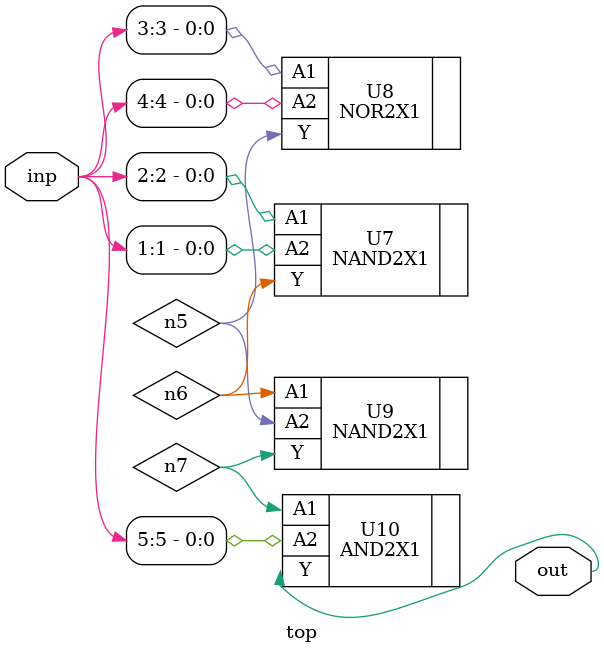
<source format=sv>


module top ( inp, out );
  input [5:0] inp;
  output out;
  wire   n5, n6, n7;

  NAND2X1 U7 ( .A1(inp[2]), .A2(inp[1]), .Y(n6) );
  NOR2X1 U8 ( .A1(inp[3]), .A2(inp[4]), .Y(n5) );
  NAND2X1 U9 ( .A1(n6), .A2(n5), .Y(n7) );
  AND2X1 U10 ( .A1(n7), .A2(inp[5]), .Y(out) );
endmodule


</source>
